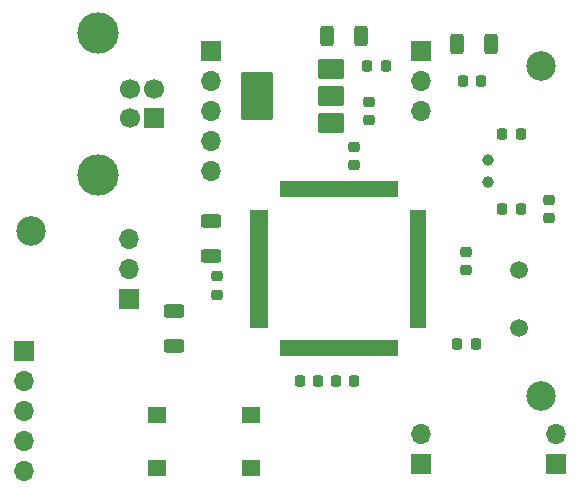
<source format=gbr>
%TF.GenerationSoftware,KiCad,Pcbnew,7.0.7*%
%TF.CreationDate,2023-12-05T11:36:27+01:00*%
%TF.ProjectId,PF,50462e6b-6963-4616-945f-706362585858,rev?*%
%TF.SameCoordinates,Original*%
%TF.FileFunction,Soldermask,Top*%
%TF.FilePolarity,Negative*%
%FSLAX46Y46*%
G04 Gerber Fmt 4.6, Leading zero omitted, Abs format (unit mm)*
G04 Created by KiCad (PCBNEW 7.0.7) date 2023-12-05 11:36:27*
%MOMM*%
%LPD*%
G01*
G04 APERTURE LIST*
G04 Aperture macros list*
%AMRoundRect*
0 Rectangle with rounded corners*
0 $1 Rounding radius*
0 $2 $3 $4 $5 $6 $7 $8 $9 X,Y pos of 4 corners*
0 Add a 4 corners polygon primitive as box body*
4,1,4,$2,$3,$4,$5,$6,$7,$8,$9,$2,$3,0*
0 Add four circle primitives for the rounded corners*
1,1,$1+$1,$2,$3*
1,1,$1+$1,$4,$5*
1,1,$1+$1,$6,$7*
1,1,$1+$1,$8,$9*
0 Add four rect primitives between the rounded corners*
20,1,$1+$1,$2,$3,$4,$5,0*
20,1,$1+$1,$4,$5,$6,$7,0*
20,1,$1+$1,$6,$7,$8,$9,0*
20,1,$1+$1,$8,$9,$2,$3,0*%
G04 Aperture macros list end*
%ADD10RoundRect,0.250000X-0.312500X-0.625000X0.312500X-0.625000X0.312500X0.625000X-0.312500X0.625000X0*%
%ADD11RoundRect,0.250000X0.312500X0.625000X-0.312500X0.625000X-0.312500X-0.625000X0.312500X-0.625000X0*%
%ADD12RoundRect,0.225000X-0.225000X-0.250000X0.225000X-0.250000X0.225000X0.250000X-0.225000X0.250000X0*%
%ADD13RoundRect,0.225000X0.250000X-0.225000X0.250000X0.225000X-0.250000X0.225000X-0.250000X-0.225000X0*%
%ADD14RoundRect,0.225000X0.225000X0.250000X-0.225000X0.250000X-0.225000X-0.250000X0.225000X-0.250000X0*%
%ADD15RoundRect,0.101600X-0.698500X0.150000X-0.698500X-0.150000X0.698500X-0.150000X0.698500X0.150000X0*%
%ADD16RoundRect,0.101600X-0.150000X0.600000X-0.150000X-0.600000X0.150000X-0.600000X0.150000X0.600000X0*%
%ADD17RoundRect,0.101600X-0.600000X0.150000X-0.600000X-0.150000X0.600000X-0.150000X0.600000X0.150000X0*%
%ADD18C,2.500000*%
%ADD19RoundRect,0.218750X-0.218750X-0.256250X0.218750X-0.256250X0.218750X0.256250X-0.218750X0.256250X0*%
%ADD20R,1.700000X1.700000*%
%ADD21O,1.700000X1.700000*%
%ADD22C,1.000000*%
%ADD23R,1.600000X1.400000*%
%ADD24RoundRect,0.101600X1.003300X-0.749300X1.003300X0.749300X-1.003300X0.749300X-1.003300X-0.749300X0*%
%ADD25RoundRect,0.101600X1.270000X-1.905000X1.270000X1.905000X-1.270000X1.905000X-1.270000X-1.905000X0*%
%ADD26C,1.500000*%
%ADD27RoundRect,0.225000X-0.250000X0.225000X-0.250000X-0.225000X0.250000X-0.225000X0.250000X0.225000X0*%
%ADD28C,1.700000*%
%ADD29C,3.500000*%
%ADD30RoundRect,0.250000X0.625000X-0.312500X0.625000X0.312500X-0.625000X0.312500X-0.625000X-0.312500X0*%
G04 APERTURE END LIST*
D10*
%TO.C,R4*%
X138045000Y-73025000D03*
X140970000Y-73025000D03*
%TD*%
D11*
%TO.C,R3*%
X151957500Y-73660000D03*
X149032500Y-73660000D03*
%TD*%
D12*
%TO.C,C10*%
X141465000Y-75565000D03*
X143015000Y-75565000D03*
%TD*%
D13*
%TO.C,C5*%
X140335000Y-83960000D03*
X140335000Y-82410000D03*
%TD*%
D14*
%TO.C,C3*%
X140335000Y-102235000D03*
X138785000Y-102235000D03*
%TD*%
D15*
%TO.C,IC1*%
X132340000Y-87960000D03*
X132340000Y-88460000D03*
X132340000Y-88960000D03*
X132340000Y-89460000D03*
X132340000Y-89960000D03*
X132340000Y-90460000D03*
X132340000Y-90960000D03*
X132340000Y-91460000D03*
X132340000Y-91960000D03*
X132340000Y-92460000D03*
X132340000Y-92960000D03*
X132340000Y-93460000D03*
X132340000Y-93960000D03*
X132340000Y-94460000D03*
X132340000Y-94960000D03*
X132340000Y-95460000D03*
X132340000Y-95960000D03*
X132340000Y-96460000D03*
X132340000Y-96960000D03*
X132340000Y-97460000D03*
D16*
X134315000Y-99435000D03*
X134815000Y-99435000D03*
X135315000Y-99435000D03*
X135815000Y-99435000D03*
X136315000Y-99435000D03*
X136815000Y-99435000D03*
X137315000Y-99435000D03*
X137815000Y-99435000D03*
X138315000Y-99435000D03*
X138815000Y-99435000D03*
X139315000Y-99435000D03*
X139815000Y-99435000D03*
X140315000Y-99435000D03*
X140815000Y-99435000D03*
X141315000Y-99435000D03*
X141815000Y-99435000D03*
X142315000Y-99435000D03*
X142815000Y-99435000D03*
X143315000Y-99435000D03*
X143815000Y-99435000D03*
D17*
X145790000Y-97460000D03*
X145790000Y-96960000D03*
X145790000Y-96460000D03*
X145790000Y-95960000D03*
X145790000Y-95460000D03*
X145790000Y-94960000D03*
X145790000Y-94460000D03*
X145790000Y-93960000D03*
X145790000Y-93460000D03*
X145790000Y-92960000D03*
X145790000Y-92460000D03*
X145790000Y-91960000D03*
X145790000Y-91460000D03*
X145790000Y-90960000D03*
X145790000Y-90460000D03*
X145790000Y-89960000D03*
X145790000Y-89460000D03*
X145790000Y-88960000D03*
X145790000Y-88460000D03*
X145790000Y-87960000D03*
D16*
X143815000Y-85985000D03*
X143315000Y-85985000D03*
X142815000Y-85985000D03*
X142315000Y-85985000D03*
X141815000Y-85985000D03*
X141315000Y-85985000D03*
X140815000Y-85985000D03*
X140315000Y-85985000D03*
X139815000Y-85985000D03*
X139315000Y-85985000D03*
X138815000Y-85985000D03*
X138315000Y-85985000D03*
X137815000Y-85985000D03*
X137315000Y-85985000D03*
X136815000Y-85985000D03*
X136315000Y-85985000D03*
X135815000Y-85985000D03*
X135315000Y-85985000D03*
X134815000Y-85985000D03*
X134315000Y-85985000D03*
%TD*%
D13*
%TO.C,C1*%
X128765000Y-94895000D03*
X128765000Y-93345000D03*
%TD*%
D18*
%TO.C,REF\u002A\u002A*%
X113030000Y-89535000D03*
%TD*%
D19*
%TO.C,D1*%
X149555000Y-76835000D03*
X151130000Y-76835000D03*
%TD*%
D20*
%TO.C,CON1*%
X112395000Y-99695000D03*
D21*
X112395000Y-102235000D03*
X112395000Y-104775000D03*
X112395000Y-107315000D03*
X112395000Y-109855000D03*
%TD*%
D22*
%TO.C,Q2*%
X151715000Y-85405000D03*
X151715000Y-83505000D03*
%TD*%
D13*
%TO.C,C4*%
X149860000Y-92850000D03*
X149860000Y-91300000D03*
%TD*%
D23*
%TO.C,RESET0*%
X131635000Y-109565000D03*
X123635000Y-109565000D03*
X131635000Y-105065000D03*
X123635000Y-105065000D03*
%TD*%
D20*
%TO.C,J3*%
X146050000Y-109220000D03*
D21*
X146050000Y-106680000D03*
%TD*%
D12*
%TO.C,C2*%
X135750000Y-102235000D03*
X137300000Y-102235000D03*
%TD*%
D24*
%TO.C,U1*%
X138404600Y-80365600D03*
X138404600Y-78079600D03*
X138404600Y-75793600D03*
D25*
X132105400Y-78105000D03*
%TD*%
D12*
%TO.C,C8*%
X152895000Y-87630000D03*
X154445000Y-87630000D03*
%TD*%
D14*
%TO.C,C6*%
X150635000Y-99060000D03*
X149085000Y-99060000D03*
%TD*%
D26*
%TO.C,Q1*%
X154305000Y-97700000D03*
X154305000Y-92820000D03*
%TD*%
D27*
%TO.C,C11*%
X141605000Y-78600000D03*
X141605000Y-80150000D03*
%TD*%
D20*
%TO.C,J6*%
X121285000Y-95250000D03*
D21*
X121285000Y-92710000D03*
X121285000Y-90170000D03*
%TD*%
D18*
%TO.C,REF\u002A\u002A*%
X156210000Y-75565000D03*
%TD*%
D20*
%TO.C,J4*%
X128270000Y-74295000D03*
D21*
X128270000Y-76835000D03*
X128270000Y-79375000D03*
X128270000Y-81915000D03*
X128270000Y-84455000D03*
%TD*%
D13*
%TO.C,C7*%
X156845000Y-88405000D03*
X156845000Y-86855000D03*
%TD*%
D20*
%TO.C,J2*%
X123417500Y-79990000D03*
D28*
X123417500Y-77490000D03*
X121417500Y-77490000D03*
X121417500Y-79990000D03*
D29*
X118707500Y-84760000D03*
X118707500Y-72720000D03*
%TD*%
D12*
%TO.C,C9*%
X152895000Y-81280000D03*
X154445000Y-81280000D03*
%TD*%
D18*
%TO.C,REF\u002A\u002A*%
X156210000Y-103505000D03*
%TD*%
D30*
%TO.C,R1*%
X128270000Y-91632500D03*
X128270000Y-88707500D03*
%TD*%
D20*
%TO.C,J5*%
X157480000Y-109220000D03*
D21*
X157480000Y-106680000D03*
%TD*%
D20*
%TO.C,J1*%
X146050000Y-74295000D03*
D21*
X146050000Y-76835000D03*
X146050000Y-79375000D03*
%TD*%
D30*
%TO.C,R2*%
X125095000Y-99252500D03*
X125095000Y-96327500D03*
%TD*%
M02*

</source>
